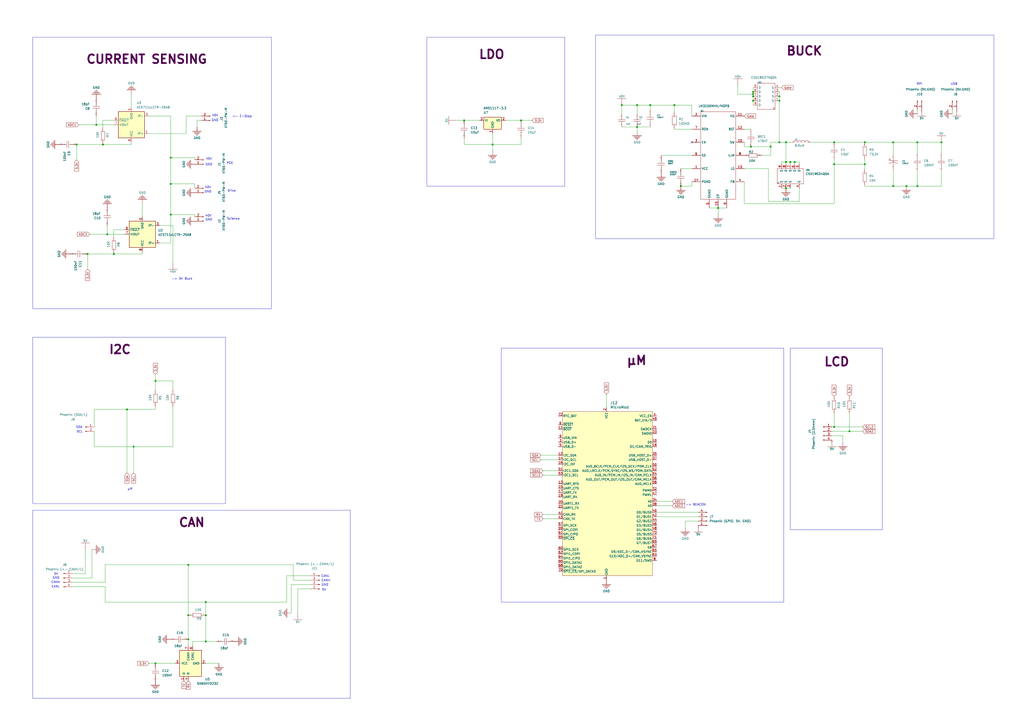
<source format=kicad_sch>
(kicad_sch (version 20231120) (generator "eeschema") (generator_version "8.0")
  (paper "A2")
  (junction (at 501.65 82.55))
  (junction (at 391.16 60.96))
  (junction (at 452.12 55.88))
  (junction (at 109.22 370.84))
  (junction (at 452.12 82.55))
  (junction (at 416.56 120.65))
  (junction (at 285.75 83.82))
  (junction (at 501.65 95.25))
  (junction (at 99.06 91.44))
  (junction (at 436.88 53.34))
  (junction (at 369.57 73.66))
  (junction (at 436.88 58.42))
  (junction (at 483.87 82.55))
  (junction (at 90.17 384.81))
  (junction (at 455.93 82.55))
  (junction (at 461.01 93.98))
  (junction (at 518.16 107.95))
  (junction (at 518.16 82.55))
  (junction (at 59.69 83.82))
  (junction (at 109.22 356.87))
  (junction (at 360.68 60.96))
  (junction (at 90.17 220.98))
  (junction (at 452.12 58.42))
  (junction (at 458.47 93.98))
  (junction (at 436.88 54.61))
  (junction (at 302.26 69.85))
  (junction (at 377.19 60.96))
  (junction (at 44.45 83.82))
  (junction (at 269.24 69.85))
  (junction (at 447.04 85.09))
  (junction (at 492.76 250.19))
  (junction (at 99.06 124.46))
  (junction (at 483.87 247.65))
  (junction (at 119.38 356.87))
  (junction (at 66.04 147.32))
  (junction (at 455.93 93.98))
  (junction (at 394.97 107.95))
  (junction (at 73.66 237.49))
  (junction (at 109.22 327.66))
  (junction (at 99.06 106.68))
  (junction (at 532.13 82.55))
  (junction (at 483.87 95.25))
  (junction (at 62.23 135.89))
  (junction (at 532.13 107.95))
  (junction (at 50.8 147.32))
  (junction (at 369.57 60.96))
  (junction (at 436.88 55.88))
  (junction (at 546.1 82.55))
  (junction (at 455.93 109.22))
  (junction (at 525.78 107.95))
  (junction (at 77.47 259.08))
  (junction (at 119.38 372.11))
  (junction (at 55.88 72.39))
  (junction (at 119.38 349.25))
  (junction (at 435.61 85.09))
  (no_connect (at 401.32 82.55))
  (wire (pts (xy 55.88 67.31) (xy 55.88 72.39)))
  (wire (pts (xy 113.03 91.44) (xy 99.06 91.44)))
  (wire (pts (xy 111.76 372.11) (xy 111.76 374.65)))
  (wire (pts (xy 60.96 349.25) (xy 60.96 340.36)))
  (wire (pts (xy 532.13 82.55) (xy 532.13 88.9)))
  (wire (pts (xy 518.16 99.06) (xy 518.16 107.95)))
  (wire (pts (xy 427.99 49.53) (xy 427.99 54.61)))
  (wire (pts (xy 54.61 250.19) (xy 54.61 259.08)))
  (wire (pts (xy 436.88 54.61) (xy 427.99 54.61)))
  (wire (pts (xy 492.76 250.19) (xy 500.38 250.19)))
  (wire (pts (xy 92.71 130.81) (xy 100.33 130.81)))
  (wire (pts (xy 99.06 67.31) (xy 99.06 91.44)))
  (wire (pts (xy 455.93 82.55) (xy 455.93 93.98)))
  (wire (pts (xy 76.2 83.82) (xy 76.2 82.55)))
  (wire (pts (xy 285.75 83.82) (xy 302.26 83.82)))
  (wire (pts (xy 113.03 125.73) (xy 113.03 124.46)))
  (wire (pts (xy 90.17 217.17) (xy 90.17 220.98)))
  (wire (pts (xy 518.16 82.55) (xy 532.13 82.55)))
  (wire (pts (xy 436.88 55.88) (xy 436.88 58.42)))
  (wire (pts (xy 99.06 140.97) (xy 92.71 140.97)))
  (wire (pts (xy 82.55 125.73) (xy 82.55 118.11)))
  (wire (pts (xy 66.04 133.35) (xy 72.39 133.35)))
  (wire (pts (xy 532.13 63.5) (xy 532.13 66.04)))
  (wire (pts (xy 483.87 247.65) (xy 482.6 247.65)))
  (wire (pts (xy 313.69 264.16) (xy 323.85 264.16)))
  (wire (pts (xy 483.87 118.11) (xy 431.8 118.11)))
  (wire (pts (xy 86.36 77.47) (xy 107.95 77.47)))
  (wire (pts (xy 452.12 53.34) (xy 452.12 55.88)))
  (wire (pts (xy 119.38 356.87) (xy 119.38 372.11)))
  (wire (pts (xy 41.91 335.28) (xy 53.34 335.28)))
  (wire (pts (xy 109.22 370.84) (xy 109.22 374.65)))
  (wire (pts (xy 285.75 83.82) (xy 285.75 77.47)))
  (wire (pts (xy 113.03 91.44) (xy 113.03 92.71)))
  (wire (pts (xy 369.57 60.96) (xy 377.19 60.96)))
  (wire (pts (xy 391.16 60.96) (xy 391.16 64.77)))
  (wire (pts (xy 488.95 252.73) (xy 488.95 256.54)))
  (wire (pts (xy 113.03 109.22) (xy 113.03 106.68)))
  (wire (pts (xy 518.16 82.55) (xy 518.16 88.9)))
  (wire (pts (xy 82.55 147.32) (xy 82.55 146.05)))
  (wire (pts (xy 518.16 107.95) (xy 501.65 107.95)))
  (wire (pts (xy 41.91 332.74) (xy 49.53 332.74)))
  (wire (pts (xy 532.13 107.95) (xy 546.1 107.95)))
  (wire (pts (xy 119.38 372.11) (xy 111.76 372.11)))
  (wire (pts (xy 463.55 93.98) (xy 461.01 93.98)))
  (wire (pts (xy 452.12 55.88) (xy 452.12 58.42)))
  (wire (pts (xy 455.93 109.22) (xy 458.47 109.22)))
  (wire (pts (xy 483.87 82.55) (xy 469.9 82.55)))
  (wire (pts (xy 180.34 341.63) (xy 172.72 341.63)))
  (wire (pts (xy 168.91 355.6) (xy 168.91 339.09)))
  (wire (pts (xy 50.8 156.21) (xy 50.8 147.32)))
  (wire (pts (xy 53.34 318.77) (xy 53.34 335.28)))
  (wire (pts (xy 60.96 340.36) (xy 41.91 340.36)))
  (wire (pts (xy 483.87 240.03) (xy 483.87 247.65)))
  (wire (pts (xy 389.89 293.37) (xy 381 293.37)))
  (wire (pts (xy 302.26 69.85) (xy 308.61 69.85)))
  (wire (pts (xy 482.6 252.73) (xy 488.95 252.73)))
  (wire (pts (xy 518.16 82.55) (xy 501.65 82.55)))
  (wire (pts (xy 54.61 237.49) (xy 73.66 237.49)))
  (wire (pts (xy 394.97 97.8154) (xy 401.32 97.79)))
  (wire (pts (xy 125.73 372.11) (xy 119.38 372.11)))
  (wire (pts (xy 109.22 327.66) (xy 109.22 356.87)))
  (wire (pts (xy 436.88 53.34) (xy 436.88 54.61)))
  (wire (pts (xy 60.96 327.66) (xy 60.96 337.82)))
  (wire (pts (xy 166.37 334.01) (xy 166.37 349.25)))
  (wire (pts (xy 109.22 327.66) (xy 170.18 327.66)))
  (wire (pts (xy 501.65 92.71) (xy 501.65 95.25)))
  (wire (pts (xy 170.18 336.55) (xy 180.34 336.55)))
  (wire (pts (xy 431.8 85.09) (xy 435.61 85.09)))
  (wire (pts (xy 381 297.18) (xy 405.13 297.18)))
  (wire (pts (xy 99.06 106.68) (xy 99.06 91.44)))
  (wire (pts (xy 314.96 275.59) (xy 323.85 275.59)))
  (wire (pts (xy 99.06 124.46) (xy 99.06 140.97)))
  (wire (pts (xy 416.56 120.65) (xy 411.48 120.65)))
  (wire (pts (xy 435.61 85.09) (xy 447.04 85.09)))
  (wire (pts (xy 455.93 82.55) (xy 452.12 82.55)))
  (wire (pts (xy 458.47 93.98) (xy 455.93 93.98)))
  (wire (pts (xy 377.19 63.5) (xy 377.19 60.96)))
  (wire (pts (xy 436.88 58.42) (xy 436.88 60.96)))
  (wire (pts (xy 483.87 95.25) (xy 483.87 118.11)))
  (wire (pts (xy 431.8 105.41) (xy 431.8 118.11)))
  (wire (pts (xy 269.24 69.85) (xy 278.13 69.85)))
  (wire (pts (xy 463.55 116.84) (xy 445.77 116.84)))
  (wire (pts (xy 113.03 124.46) (xy 99.06 124.46)))
  (wire (pts (xy 44.45 83.82) (xy 59.69 83.82)))
  (wire (pts (xy 381 299.72) (xy 405.13 299.72)))
  (wire (pts (xy 483.87 95.25) (xy 501.65 95.25)))
  (wire (pts (xy 369.57 73.66) (xy 369.57 76.2)))
  (wire (pts (xy 62.23 135.89) (xy 52.07 135.89)))
  (wire (pts (xy 401.32 60.96) (xy 401.32 67.31)))
  (wire (pts (xy 302.26 83.82) (xy 302.26 80.01)))
  (wire (pts (xy 459.74 82.55) (xy 455.93 82.55)))
  (wire (pts (xy 113.03 106.68) (xy 99.06 106.68)))
  (wire (pts (xy 389.89 290.83) (xy 381 290.83)))
  (wire (pts (xy 54.61 259.08) (xy 77.47 259.08)))
  (wire (pts (xy 100.33 220.98) (xy 100.33 226.06)))
  (wire (pts (xy 463.55 93.98) (xy 463.55 95.25)))
  (wire (pts (xy 525.78 107.95) (xy 532.13 107.95)))
  (wire (pts (xy 60.96 349.25) (xy 119.38 349.25)))
  (wire (pts (xy 90.17 237.49) (xy 73.66 237.49)))
  (wire (pts (xy 100.33 236.22) (xy 100.33 259.08)))
  (wire (pts (xy 447.04 85.09) (xy 447.04 82.55)))
  (wire (pts (xy 482.6 250.19) (xy 492.76 250.19)))
  (wire (pts (xy 436.88 50.8) (xy 436.88 53.34)))
  (wire (pts (xy 546.1 107.95) (xy 546.1 99.06)))
  (wire (pts (xy 86.36 384.81) (xy 90.17 384.81)))
  (wire (pts (xy 453.39 93.98) (xy 453.39 95.25)))
  (wire (pts (xy 314.96 300.99) (xy 323.85 300.99)))
  (wire (pts (xy 394.97 107.95) (xy 401.32 107.95)))
  (wire (pts (xy 269.24 83.82) (xy 285.75 83.82)))
  (wire (pts (xy 62.23 130.81) (xy 62.23 135.89)))
  (wire (pts (xy 447.04 90.17) (xy 447.04 85.09)))
  (wire (pts (xy 532.13 107.95) (xy 532.13 99.06)))
  (wire (pts (xy 360.68 60.96) (xy 369.57 60.96)))
  (wire (pts (xy 314.96 298.45) (xy 323.85 298.45)))
  (wire (pts (xy 59.69 69.85) (xy 66.04 69.85)))
  (wire (pts (xy 76.2 62.23) (xy 76.2 54.61)))
  (wire (pts (xy 445.77 97.79) (xy 445.77 116.84)))
  (wire (pts (xy 60.96 327.66) (xy 109.22 327.66)))
  (wire (pts (xy 383.5146 90.17) (xy 401.32 90.17)))
  (wire (pts (xy 377.19 60.96) (xy 391.16 60.96)))
  (wire (pts (xy 66.04 72.39) (xy 55.88 72.39)))
  (wire (pts (xy 66.04 147.32) (xy 82.55 147.32)))
  (wire (pts (xy 59.69 83.82) (xy 76.2 83.82)))
  (wire (pts (xy 546.1 82.55) (xy 532.13 82.55)))
  (wire (pts (xy 501.65 95.25) (xy 501.65 97.79)))
  (wire (pts (xy 360.68 60.96) (xy 360.68 66.04)))
  (wire (pts (xy 119.38 349.25) (xy 119.38 356.87)))
  (wire (pts (xy 461.01 93.98) (xy 458.47 93.98)))
  (wire (pts (xy 452.12 58.42) (xy 452.12 82.55)))
  (wire (pts (xy 377.19 73.66) (xy 369.57 73.66)))
  (wire (pts (xy 99.06 124.46) (xy 99.06 106.68)))
  (wire (pts (xy 49.53 318.77) (xy 49.53 332.74)))
  (wire (pts (xy 90.17 220.98) (xy 100.33 220.98)))
  (wire (pts (xy 50.8 147.32) (xy 66.04 147.32)))
  (wire (pts (xy 109.22 356.87) (xy 109.22 370.84)))
  (wire (pts (xy 73.66 237.49) (xy 73.66 274.32)))
  (wire (pts (xy 552.45 63.5) (xy 552.45 66.04)))
  (wire (pts (xy 72.39 135.89) (xy 62.23 135.89)))
  (wire (pts (xy 100.33 259.08) (xy 77.47 259.08)))
  (wire (pts (xy 492.76 240.03) (xy 492.76 250.19)))
  (wire (pts (xy 455.93 93.98) (xy 455.93 95.25)))
  (wire (pts (xy 293.37 69.85) (xy 302.26 69.85)))
  (wire (pts (xy 447.04 82.55) (xy 452.12 82.55)))
  (wire (pts (xy 77.47 259.08) (xy 77.47 274.32)))
  (wire (pts (xy 405.13 302.26) (xy 397.51 302.26)))
  (wire (pts (xy 264.16 69.85) (xy 269.24 69.85)))
  (wire (pts (xy 501.65 82.55) (xy 483.87 82.55)))
  (wire (pts (xy 431.8 85.09) (xy 431.8 82.55)))
  (wire (pts (xy 107.95 67.31) (xy 116.84 67.31)))
  (wire (pts (xy 369.57 66.04) (xy 369.57 60.96)))
  (wire (pts (xy 166.37 334.01) (xy 180.34 334.01)))
  (wire (pts (xy 452.12 50.8) (xy 453.39 50.8)))
  (wire (pts (xy 369.57 73.66) (xy 360.68 73.66)))
  (wire (pts (xy 447.04 90.17) (xy 441.96 90.17)))
  (wire (pts (xy 66.04 137.16) (xy 66.04 133.35)))
  (wire (pts (xy 436.88 54.61) (xy 436.88 55.88)))
  (wire (pts (xy 416.56 120.65) (xy 416.56 124.46)))
  (wire (pts (xy 90.17 220.98) (xy 90.17 226.06)))
  (wire (pts (xy 500.38 247.65) (xy 483.87 247.65)))
  (wire (pts (xy 453.39 109.22) (xy 455.93 109.22)))
  (wire (pts (xy 483.87 92.71) (xy 483.87 95.25)))
  (wire (pts (xy 546.1 82.55) (xy 546.1 88.9)))
  (wire (pts (xy 314.96 273.05) (xy 323.85 273.05)))
  (wire (pts (xy 116.84 69.85) (xy 114.3 69.85)))
  (wire (pts (xy 170.18 327.66) (xy 170.18 336.55)))
  (wire (pts (xy 313.69 266.7) (xy 323.85 266.7)))
  (wire (pts (xy 100.33 130.81) (xy 100.33 152.4)))
  (wire (pts (xy 401.32 74.93) (xy 391.16 74.93)))
  (wire (pts (xy 518.16 107.95) (xy 525.78 107.95)))
  (wire (pts (xy 401.32 60.96) (xy 391.16 60.96)))
  (wire (pts (xy 119.38 349.25) (xy 166.37 349.25)))
  (wire (pts (xy 431.8 74.93) (xy 435.61 74.93)))
  (wire (pts (xy 90.17 384.81) (xy 101.6 384.81)))
  (wire (pts (xy 269.24 80.01) (xy 269.24 83.82)))
  (wire (pts (xy 59.69 73.66) (xy 59.69 69.85)))
  (wire (pts (xy 107.95 77.47) (xy 107.95 67.31)))
  (wire (pts (xy 55.88 72.39) (xy 45.72 72.39)))
  (wire (pts (xy 455.93 93.98) (xy 453.39 93.98)))
  (wire (pts (xy 60.96 337.82) (xy 41.91 337.82)))
  (wire (pts (xy 119.38 384.81) (xy 127 384.81)))
  (wire (pts (xy 397.51 302.26) (xy 397.51 306.07)))
  (wire (pts (xy 416.56 120.65) (xy 421.64 120.65)))
  (wire (pts (xy 458.47 93.98) (xy 458.47 95.25)))
  (wire (pts (xy 445.77 97.79) (xy 431.8 97.79)))
  (wire (pts (xy 351.79 228.6) (xy 351.79 236.22)))
  (wire (pts (xy 401.32 107.95) (xy 401.32 105.41)))
  (wire (pts (xy 463.55 116.84) (xy 463.55 109.22)))
  (wire (pts (xy 461.01 93.98) (xy 461.01 95.25)))
  (wire (pts (xy 285.75 83.82) (xy 285.75 87.63)))
  (wire (pts (xy 54.61 237.49) (xy 54.61 247.65)))
  (wire (pts (xy 99.06 67.31) (xy 86.36 67.31)))
  (wire (pts (xy 44.45 92.71) (xy 44.45 83.82)))
  (wire (pts (xy 180.34 339.09) (xy 168.91 339.09)))
  (wire (pts (xy 114.3 73.66) (xy 114.3 69.85)))
  (wire (pts (xy 172.72 355.6) (xy 172.72 341.63)))
  (wire (pts (xy 90.17 236.22) (xy 90.17 237.49)))
  (rectangle (start 19.05 195.58) (end 130.81 292.1))
  (rectangle (start 345.44 20.32) (end 576.58 138.43))
  (rectangle (start 19.05 295.91) (end 203.2 405.13))
  (rectangle (start 458.47 201.93) (end 511.81 307.34))
  (rectangle (start 19.05 21.59) (end 157.48 179.07))
  (rectangle (start 247.65 21.59) (end 327.66 107.95))
  (rectangle (start 290.83 201.93) (end 454.66 349.25))
  (text "GND" (at 120.65 111.252 0) (effects (font (size 1.27 1.27))))
  (text "GND" (at 32.512 335.28 0) (effects (font (size 1.27 1.27))))
  (text "40V" (at 121.158 92.202 0) (effects (font (size 1.27 1.27))))
  (text "I2C" (at 69.596 202.946 0) (effects (font (size 5 5) (bold yes))))
  (text "CANH" (at 188.976 336.804 0) (effects (font (size 1.27 1.27))))
  (text "CURRENT SENSING" (at 85.09 34.544 0) (effects (font (size 5 5) (bold yes))))
  (text "CAN" (at 111.252 303.276 0) (effects (font (size 5 5) (bold yes))))
  (text "5V" (at 187.96 342.138 0) (effects (font (size 1.27 1.27))))
  (text "SCL" (at 46.228 250.444 0) (effects (font (size 1.27 1.27))))
  (text "POE" (at 133.35 94.742 0) (effects (font (size 1.27 1.27))))
  (text "CANL" (at 188.722 334.264 0) (effects (font (size 1.27 1.27))))
  (text "Drive" (at 134.366 110.744 0) (effects (font (size 1.27 1.27))))
  (text "Science" (at 135.382 127 0) (effects (font (size 1.27 1.27))))
  (text "<- E-Stop" (at 140.462 67.564 0) (effects (font (size 1.27 1.27))))
  (text "BUCK" (at 466.598 29.718 0) (effects (font (size 5 5) (bold yes))))
  (text "40V" (at 120.904 125.222 0) (effects (font (size 1.27 1.27))))
  (text " -> 5V Buck" (at 105.156 161.798 0) (effects (font (size 1.27 1.27))))
  (text "SDA" (at 45.974 247.904 0) (effects (font (size 1.27 1.27))))
  (text "GND" (at 121.158 95.504 0) (effects (font (size 1.27 1.27))))
  (text "LDO" (at 285.242 31.75 0) (effects (font (size 5 5) (bold yes))))
  (text "40V" (at 120.65 108.712 0) (effects (font (size 1.27 1.27))))
  (text "-> BEACON" (at 403.606 292.862 0) (effects (font (size 1.27 1.27))))
  (text "GND" (at 188.468 339.344 0) (effects (font (size 1.27 1.27))))
  (text "GND" (at 124.714 69.85 0) (effects (font (size 1.27 1.27))))
  (text "CANL" (at 32.258 340.36 0) (effects (font (size 1.27 1.27))))
  (text "40V" (at 124.714 67.056 0) (effects (font (size 1.27 1.27))))
  (text "LCD" (at 485.394 210.058 0) (effects (font (size 5 5) (bold yes))))
  (text "5V" (at 32.512 332.994 0) (effects (font (size 1.27 1.27))))
  (text "CANH" (at 32.258 337.82 0) (effects (font (size 1.27 1.27))))
  (text "µM" (at 75.438 283.718 0) (effects (font (size 1.27 1.27))))
  (text "USB" (at 553.466 48.768 0) (effects (font (size 1.27 1.27))))
  (text "GND" (at 121.158 127.508 0) (effects (font (size 1.27 1.27))))
  (text "µM" (at 369.316 209.296 0) (effects (font (size 5 5) (bold yes))))
  (text "RPI" (at 533.4 48.768 0) (effects (font (size 1.27 1.27))))
  (global_label "RX" (shape input) (at 314.96 298.45 180) (property "Intersheetrefs" "${INTERSHEET_REFS}" (effects (hide yes))))
  (global_label "3.3V" (shape input) (at 50.8 156.21 270) (property "Intersheetrefs" "${INTERSHEET_REFS}" (effects (hide yes))))
  (global_label "3.3V" (shape input) (at 483.87 229.87 90) (property "Intersheetrefs" "${INTERSHEET_REFS}" (effects (hide yes))))
  (global_label "SDA2" (shape input) (at 314.96 273.05 180) (property "Intersheetrefs" "${INTERSHEET_REFS}" (effects (hide yes))))
  (global_label "ADC2" (shape input) (at 52.07 135.89 180) (property "Intersheetrefs" "${INTERSHEET_REFS}" (effects (hide yes))))
  (global_label "SCL2" (shape input) (at 500.38 247.65 0) (property "Intersheetrefs" "${INTERSHEET_REFS}" (effects (hide yes))))
  (global_label "3.3V" (shape input) (at 86.36 384.81 180) (property "Intersheetrefs" "${INTERSHEET_REFS}" (effects (hide yes))))
  (global_label "SCL" (shape input) (at 77.47 274.32 270) (property "Intersheetrefs" "${INTERSHEET_REFS}" (effects (hide yes))))
  (global_label "Gate" (shape input) (at 431.8 67.31 0) (property "Intersheetrefs" "${INTERSHEET_REFS}" (effects (hide yes))))
  (global_label "3.3V" (shape input) (at 44.45 92.71 270) (property "Intersheetrefs" "${INTERSHEET_REFS}" (effects (hide yes))))
  (global_label "SCL" (shape input) (at 313.69 266.7 180) (property "Intersheetrefs" "${INTERSHEET_REFS}" (effects (hide yes))))
  (global_label "3.3V" (shape input) (at 308.61 69.85 0) (property "Intersheetrefs" "${INTERSHEET_REFS}" (effects (hide yes))))
  (global_label "ADC2" (shape input) (at 389.89 293.37 0) (property "Intersheetrefs" "${INTERSHEET_REFS}" (effects (hide yes))))
  (global_label "ADC1" (shape input) (at 389.89 290.83 0) (property "Intersheetrefs" "${INTERSHEET_REFS}" (effects (hide yes))))
  (global_label "RX" (shape input) (at 109.22 394.97 270) (property "Intersheetrefs" "${INTERSHEET_REFS}" (effects (hide yes))))
  (global_label "SDA2" (shape input) (at 500.38 250.19 0) (property "Intersheetrefs" "${INTERSHEET_REFS}" (effects (hide yes))))
  (global_label "TX" (shape input) (at 314.96 300.99 180) (property "Intersheetrefs" "${INTERSHEET_REFS}" (effects (hide yes))))
  (global_label "ADC1" (shape input) (at 45.72 72.39 180) (property "Intersheetrefs" "${INTERSHEET_REFS}" (effects (hide yes))))
  (global_label "3.3V" (shape input) (at 492.76 229.87 90) (property "Intersheetrefs" "${INTERSHEET_REFS}" (effects (hide yes))))
  (global_label "3.3V" (shape input) (at 351.79 228.6 90) (property "Intersheetrefs" "${INTERSHEET_REFS}" (effects (hide yes))))
  (global_label "TX" (shape input) (at 106.68 394.97 270) (property "Intersheetrefs" "${INTERSHEET_REFS}" (effects (hide yes))))
  (global_label "SCL2" (shape input) (at 314.96 275.59 180) (property "Intersheetrefs" "${INTERSHEET_REFS}" (effects (hide yes))))
  (global_label "SDA" (shape input) (at 73.66 274.32 270) (property "Intersheetrefs" "${INTERSHEET_REFS}" (effects (hide yes))))
  (global_label "Gate" (shape input) (at 453.39 50.8 0) (property "Intersheetrefs" "${INTERSHEET_REFS}" (effects (hide yes))))
  (global_label "3.3V" (shape input) (at 90.17 217.17 90) (property "Intersheetrefs" "${INTERSHEET_REFS}" (effects (hide yes))))
  (global_label "SDA" (shape input) (at 313.69 264.16 180) (property "Intersheetrefs" "${INTERSHEET_REFS}" (effects (hide yes))))
  (symbol (lib_id "finalhand-easyedapro:SRR1208-6R5ML") (at 464.82 82.55 0) (unit 1) (on_board no)
    (property "Reference" "L1" (at 461.01 81.28 0) (effects (font (size 0.8382 0.8382)) (justify left bottom)))
    (property "Value" "6.5uH" (at 461.01 85.09 0) (effects (justify left bottom)))
    (property "Footprint" "finalhand-easyedapro:IND-SMD_L12.7-W12.7" (effects (hide yes)))
  )
  (symbol (lib_id "finalhand-easyedapro:CSD19534Q5A") (at 455.93 102.87 90) (unit 1) (on_board no)
    (property "Reference" "LS1" (at 467.36 99.06 90) (effects (font (size 0.8382 0.8382)) (justify right top)))
    (property "Value" "CSD19534Q5A" (at 467.36 101.6 90) (effects (justify right top)))
    (property "Footprint" "finalhand-easyedapro:POWERVDFN-8_L6.0-W5.0-P1.27-BL" (effects (hide yes)))
  )
  (symbol (lib_id "finalhand-easyedapro:Res") (at 59.69 78.74 270) (unit 1)
    (property "Reference" "R7" (at 61.722 76.962 0) (effects (justify left bottom)))
    (property "Value" "10K" (at 55.88 76.2 0) (effects (justify left bottom)))
    (property "Footprint" "Resistor_SMD:R_0603_1608Metric" (effects (hide yes)))
  )
  (symbol (lib_id "finalhand-easyedapro:CAP") (at 435.61 80.01 90) (unit 1) (on_board no)
    (property "Reference" "BST1" (at 439.42 80.01 90) (effects (justify right top)))
    (property "Value" "470nF" (at 439.42 82.55 90) (effects (justify right top)))
    (property "Footprint" "finalhand-easyedapro:C0402" (effects (hide yes)))
  )
  (symbol (lib_id "Sensor_Current:ACS711xLCTR-25AB") (at 76.2 72.39 180) (unit 1)
    (property "Reference" "U3" (at 79.2165 59.69 0) (effects (justify right)))
    (property "Value" "ACS711xLCTR-25AB" (at 79.2165 62.23 0) (effects (justify right)))
    (property "Footprint" "Package_SO:SOIC-8_3.9x4.9mm_P1.27mm" (effects (hide yes)))
    (property "Datasheet" "http://www.allegromicro.com/~/Media/Files/Datasheets/ACS711-Datasheet.ashx" (effects (hide yes)))
    (property "Description" "±25A, Bidirectional, Hall-Effect Current Sensor, +3.3V supply, 55mV/A, SOIC-8" (effects (hide yes)))
  )
  (symbol (lib_id "finalhand-easyedapro:GRM21BR71A225KA01L") (at 394.97 102.87 90) (unit 1) (on_board no)
    (property "Reference" "CVCC1" (at 388.62 100.33 90) (effects (font (size 0.8382 0.8382)) (justify right top)))
    (property "Value" "2.2uF" (at 388.62 101.6 90) (effects (font (size 0.8382 0.8382)) (justify right top)))
    (property "Footprint" "finalhand-easyedapro:C0805" (effects (hide yes)))
  )
  (symbol (lib_id "finalhand-easyedapro:Res") (at 483.87 234.95 270) (unit 1)
    (property "Reference" "R10" (at 485.902 233.172 0) (effects (justify left bottom)))
    (property "Value" "10K" (at 480.06 232.41 0) (effects (justify left bottom)))
    (property "Footprint" "Resistor_SMD:R_0603_1608Metric" (effects (hide yes)))
  )
  (symbol (lib_id "finalhand-easyedapro:CAP") (at 104.14 370.84 180) (unit 1)
    (property "Reference" "C16" (at 102.362 367.792 0) (effects (justify right top)))
    (property "Value" "18pf" (at 101.092 375.412 0) (effects (justify right top)))
    (property "Footprint" "Capacitor_SMD:C_0603_1608Metric" (effects (hide yes)))
  )
  (symbol (lib_id "finalhand-easyedapro:Ground-GND") (at 397.51 306.07 0) (unit 1)
    (property "Reference" "#PWR020" (effects (hide yes)))
    (property "Value" "GND" (at 397.51 312.42 0))
    (property "Footprint" "finalhand-easyedapro:" (effects (hide yes)))
    (property "Description" "Power symbol creates a global label with name 'GND'" (effects (hide yes)))
  )
  (symbol (lib_id "finalhand-easyedapro:Ground-GND") (at 90.17 394.97 0) (unit 1)
    (property "Reference" "#PWR013" (effects (hide yes)))
    (property "Value" "GND" (at 90.17 401.32 0))
    (property "Footprint" "finalhand-easyedapro:" (effects (hide yes)))
    (property "Description" "Power symbol creates a global label with name 'GND'" (effects (hide yes)))
  )
  (symbol (lib_id "finalhand-easyedapro:CAP") (at 45.72 147.32 0) (unit 1)
    (property "Reference" "C11" (at 45.72 151.13 90) (effects (justify right top)))
    (property "Value" "100nF" (at 43.18 151.13 90) (effects (justify right top)))
    (property "Footprint" "finalhand-easyedapro:C0402" (effects (hide yes)))
  )
  (symbol (lib_id "finalhand-easyedapro:Ground-GND") (at 53.34 318.77 90) (unit 1)
    (property "Reference" "#PWR032" (effects (hide yes)))
    (property "Value" "GND" (at 59.69 318.77 0))
    (property "Footprint" "finalhand-easyedapro:" (effects (hide yes)))
    (property "Description" "Power symbol creates a global label with name 'GND'" (effects (hide yes)))
  )
  (symbol (lib_id "finalhand-easyedapro:Res") (at 90.17 231.14 270) (unit 1)
    (property "Reference" "R5" (at 92.202 229.362 0) (effects (justify left bottom)))
    (property "Value" "10K" (at 86.36 228.6 0) (effects (justify left bottom)))
    (property "Footprint" "Resistor_SMD:R_0603_1608Metric" (effects (hide yes)))
  )
  (symbol (lib_id "finalhand-easyedapro:Ground-GND") (at 34.29 83.82 270) (unit 1)
    (property "Reference" "#PWR014" (effects (hide yes)))
    (property "Value" "GND" (at 27.94 83.82 0))
    (property "Footprint" "finalhand-easyedapro:" (effects (hide yes)))
    (property "Description" "Power symbol creates a global label with name 'GND'" (effects (hide yes)))
  )
  (symbol (lib_name "Power-VCC_1") (lib_id "finalhand-easyedapro:Power-VCC") (at 49.53 318.77 0) (unit 1)
    (property "Reference" "#PWR033" (effects (hide yes)))
    (property "Value" "5V" (at 49.53 313.69 0))
    (property "Footprint" "finalhand-easyedapro:" (effects (hide yes)))
    (property "Description" "Power symbol creates a global label with name 'VCC'" (effects (hide yes)))
  )
  (symbol (lib_id "finalhand-easyedapro:Ground-GND") (at 532.13 66.04 270) (unit 1)
    (property "Reference" "#PWR042" (effects (hide yes)))
    (property "Value" "GND" (at 525.78 66.04 0))
    (property "Footprint" "finalhand-easyedapro:" (effects (hide yes)))
    (property "Description" "Power symbol creates a global label with name 'GND'" (effects (hide yes)))
  )
  (symbol (lib_id "finalhand-easyedapro:Ground-GND") (at 113.03 128.27 270) (unit 1)
    (property "Reference" "#PWR038" (effects (hide yes)))
    (property "Value" "GND" (at 106.68 128.27 0))
    (property "Footprint" "finalhand-easyedapro:" (effects (hide yes)))
    (property "Description" "Power symbol creates a global label with name 'GND'" (effects (hide yes)))
  )
  (symbol (lib_id "Regulator_Linear:AMS1117-3.3") (at 285.75 69.85 0) (unit 1)
    (property "Reference" "U7" (at 280.416 65.278 0) (effects (justify left)))
    (property "Value" "AMS1117-3.3" (at 280.416 62.738 0) (effects (justify left)))
    (property "Footprint" "Package_TO_SOT_SMD:SOT-223-3_TabPin2" (effects (hide yes)))
    (property "Datasheet" "http://www.advanced-monolithic.com/pdf/ds1117.pdf" (effects (hide yes)))
    (property "Description" "1A Low Dropout regulator, positive, 3.3V fixed output, SOT-223" (effects (hide yes)))
  )
  (symbol (lib_id "finalhand-easyedapro:Res") (at 501.65 87.63 90) (unit 1) (on_board no)
    (property "Reference" "R3" (at 504.19 87.63 90) (effects (justify right top)))
    (property "Value" "73.2k" (at 504.19 90.17 90) (effects (justify right top)))
    (property "Footprint" "finalhand-easyedapro:R0402" (effects (hide yes)))
  )
  (symbol (lib_id "finalhand-easyedapro:Res") (at 100.33 231.14 270) (unit 1)
    (property "Reference" "R6" (at 102.362 229.362 0) (effects (justify left bottom)))
    (property "Value" "10K" (at 96.52 228.6 0) (effects (justify left bottom)))
    (property "Footprint" "Resistor_SMD:R_0603_1608Metric" (effects (hide yes)))
  )
  (symbol (lib_id "finalhand-easyedapro:GRM188R72A104KA35D") (at 377.19 68.58 90) (unit 1) (on_board no)
    (property "Reference" "C3" (at 381 67.31 90) (effects (font (size 0.8382 0.8382)) (justify right top)))
    (property "Value" "100nF" (at 381 68.58 90) (effects (font (size 0.8382 0.8382)) (justify right top)))
    (property "Footprint" "finalhand-easyedapro:C0603" (effects (hide yes)))
  )
  (symbol (lib_id "finalhand-easyedapro:CAP") (at 302.26 74.93 90) (unit 1)
    (property "Reference" "C14" (at 306.07 74.93 90) (effects (justify right top)))
    (property "Value" "10µF" (at 306.07 77.47 90) (effects (justify right top)))
    (property "Footprint" "Capacitor_SMD:C_0603_1608Metric" (effects (hide yes)))
  )
  (symbol (lib_id "Sensor_Current:ACS711xLCTR-25AB") (at 82.55 135.89 180) (unit 1)
    (property "Reference" "U2" (at 91.694 133.604 0) (effects (justify right)))
    (property "Value" "ACS711xLCTR-25AB" (at 91.694 136.144 0) (effects (justify right)))
    (property "Footprint" "Package_SO:SOIC-8_3.9x4.9mm_P1.27mm" (effects (hide yes)))
    (property "Datasheet" "http://www.allegromicro.com/~/Media/Files/Datasheets/ACS711-Datasheet.ashx" (effects (hide yes)))
    (property "Description" "±25A, Bidirectional, Hall-Effect Current Sensor, +3.3V supply, 55mV/A, SOIC-8" (effects (hide yes)))
  )
  (symbol (lib_id "Connector:Conn_01x02_Pin") (at 121.92 69.85 180) (unit 1)
    (property "Reference" "J3" (at 128.524 70.104 90) (effects (justify right)))
    (property "Value" "XT60-PW-M" (at 131.064 74.422 90) (effects (justify right)))
    (property "Footprint" "Connector_AMASS:AMASS_XT60PW-M_1x02_P7.20mm_Horizontal" (effects (hide yes)))
    (property "Description" "Generic connector, single row, 01x02, script generated" (effects (hide yes)))
  )
  (symbol (lib_id "finalhand-easyedapro:Res") (at 114.3 356.87 180) (unit 1)
    (property "Reference" "R9" (at 116.84 358.14 0) (effects (justify left bottom)))
    (property "Value" "120" (at 116.84 353.06 0) (effects (justify left bottom)))
    (property "Footprint" "Resistor_SMD:R_0603_1608Metric" (effects (hide yes)))
  )
  (symbol (lib_id "finalhand-easyedapro:Power-VCC") (at 360.68 60.96 0) (unit 1) (on_board no)
    (property "Reference" "#PWR01" (effects (hide yes)))
    (property "Value" "40V" (at 360.68 55.88 0))
    (property "Footprint" "finalhand-easyedapro:" (effects (hide yes)))
    (property "Description" "Power symbol creates a global label with name 'VCC'" (effects (hide yes)))
  )
  (symbol (lib_id "Connector:Conn_01x02_Pin") (at 49.53 247.65 0) (unit 1)
    (property "Reference" "J9" (at 43.434 243.332 0) (effects (justify right)))
    (property "Value" "Phoenix (SDA/L)" (at 50.8 240.538 0) (effects (justify right)))
    (property "Footprint" "Connector_Phoenix_MC:PhoenixContact_MC_1,5_2-G-3.5_1x02_P3.50mm_Horizontal" (effects (hide yes)))
    (property "Description" "Generic connector, single row, 01x02, script generated" (effects (hide yes)))
  )
  (symbol (lib_id "finalhand-easyedapro:Res") (at 492.76 234.95 270) (unit 1)
    (property "Reference" "R11" (at 494.792 233.172 0) (effects (justify left bottom)))
    (property "Value" "10K" (at 488.95 232.41 0) (effects (justify left bottom)))
    (property "Footprint" "Resistor_SMD:R_0603_1608Metric" (effects (hide yes)))
  )
  (symbol (lib_id "Connector:Conn_01x04_Pin") (at 185.42 339.09 180) (unit 1)
    (property "Reference" "J11" (at 182.372 329.692 0))
    (property "Value" "Phoenix (+,-,CANH/L)" (at 182.753 327.152 0))
    (property "Footprint" "Connector_Phoenix_MC:PhoenixContact_MC_1,5_4-G-3.5_1x04_P3.50mm_Horizontal" (effects (hide yes)))
    (property "Description" "Generic connector, single row, 01x04, script generated" (effects (hide yes)))
  )
  (symbol (lib_name "Power-VCC_1") (lib_id "finalhand-easyedapro:Power-VCC") (at 534.67 63.5 180) (unit 1)
    (property "Reference" "#PWR041" (effects (hide yes)))
    (property "Value" "5V" (at 534.67 68.58 0))
    (property "Footprint" "finalhand-easyedapro:" (effects (hide yes)))
    (property "Description" "Power symbol creates a global label with name 'VCC'" (effects (hide yes)))
  )
  (symbol (lib_id "finalhand-easyedapro:CAP") (at 483.87 87.63 90) (unit 1) (on_board no)
    (property "Reference" "C4" (at 487.68 87.63 90) (effects (justify right top)))
    (property "Value" "43pF" (at 487.68 90.17 90) (effects (justify right top)))
    (property "Footprint" "finalhand-easyedapro:C0402" (effects (hide yes)))
  )
  (symbol (lib_name "Power-VCC_1") (lib_id "finalhand-easyedapro:Power-VCC") (at 264.16 69.85 90) (unit 1)
    (property "Reference" "#PWR027" (effects (hide yes)))
    (property "Value" "5V" (at 259.08 69.85 0))
    (property "Footprint" "finalhand-easyedapro:" (effects (hide yes)))
    (property "Description" "Power symbol creates a global label with name 'VCC'" (effects (hide yes)))
  )
  (symbol (lib_id "Interface_CAN_LIN:SN65HVD232") (at 109.22 384.81 90) (unit 1)
    (property "Reference" "U5" (at 120.396 393.954 90))
    (property "Value" "SN65HVD232" (at 120.396 396.494 90))
    (property "Footprint" "Package_SO:SOIC-8_3.9x4.9mm_P1.27mm" (effects (hide yes)))
    (property "Datasheet" "http://www.ti.com/lit/ds/symlink/sn65hvd230.pdf" (effects (hide yes)))
    (property "Description" "CAN Bus Transceivers, 3.3V, 1Mbps, SOIC-8" (effects (hide yes)))
  )
  (symbol (lib_id "finalhand-easyedapro:CSD18537NQ5A") (at 444.5 55.88 180) (unit 1) (on_board no)
    (property "Reference" "HS1" (at 439.42 48.26 0) (effects (font (size 0.8382 0.8382)) (justify right top)))
    (property "Value" "CSD18537NQ5A" (at 435.61 45.72 0) (effects (justify right top)))
    (property "Footprint" "finalhand-easyedapro:DFN-8_L5.9-W5.2-P1.27-LS6.2-BL" (effects (hide yes)))
  )
  (symbol (lib_id "finalhand-easyedapro:Ground-GND") (at 40.64 147.32 270) (unit 1)
    (property "Reference" "#PWR028" (effects (hide yes)))
    (property "Value" "GND" (at 34.29 147.32 0))
    (property "Footprint" "finalhand-easyedapro:" (effects (hide yes)))
    (property "Description" "Power symbol creates a global label with name 'GND'" (effects (hide yes)))
  )
  (symbol (lib_id "finalhand-easyedapro:Ground-GND") (at 113.03 95.25 270) (unit 1)
    (property "Reference" "#PWR029" (effects (hide yes)))
    (property "Value" "GND" (at 106.68 95.25 0))
    (property "Footprint" "finalhand-easyedapro:" (effects (hide yes)))
    (property "Description" "Power symbol creates a global label with name 'GND'" (effects (hide yes)))
  )
  (symbol (lib_id "finalhand-easyedapro:Ground-GND") (at 416.56 124.46 0) (unit 1) (on_board no)
    (property "Reference" "#PWR05" (effects (hide yes)))
    (property "Value" "GND" (at 416.56 130.81 0))
    (property "Footprint" "finalhand-easyedapro:" (effects (hide yes)))
    (property "Description" "Power symbol creates a global label with name 'GND'" (effects (hide yes)))
  )
  (symbol (lib_id "finalhand-easyedapro:GRM31CR72A105KA01L") (at 369.57 69.85 90) (unit 1) (on_board no)
    (property "Reference" "C2" (at 370.84 68.58 90) (effects (font (size 0.8382 0.8382)) (justify right top)))
    (property "Value" "1uF" (at 369.57 72.39 90) (effects (font (size 0.8382 0.8382)) (justify right top)))
    (property "Footprint" "finalhand-easyedapro:C1206" (effects (hide yes)))
  )
  (symbol (lib_id "finalhand-easyedapro:Res") (at 436.88 90.17 0) (unit 1) (on_board no)
    (property "Reference" "R2" (at 434.34 88.9 0) (effects (justify left bottom)))
    (property "Value" "10K" (at 434.34 93.98 0) (effects (justify left bottom)))
    (property "Footprint" "finalhand-easyedapro:R0402" (effects (hide yes)))
  )
  (symbol (lib_id "finalhand-easyedapro:CAP") (at 546.1 93.98 90) (unit 1) (on_board no)
    (property "Reference" "C7" (at 549.91 93.98 90) (effects (justify right top)))
    (property "Value" "100nF" (at 549.91 96.52 90) (effects (justify right top)))
    (property "Footprint" "finalhand-easyedapro:C0402" (effects (hide yes)))
  )
  (symbol (lib_id "finalhand-easyedapro:CAP") (at 130.81 372.11 180) (unit 1)
    (property "Reference" "C15" (at 129.032 369.062 0) (effects (justify right top)))
    (property "Value" "18pf" (at 127.762 376.682 0) (effects (justify right top)))
    (property "Footprint" "Capacitor_SMD:C_0603_1608Metric" (effects (hide yes)))
  )
  (symbol (lib_id "Connector:Conn_01x02_Pin") (at 534.67 58.42 270) (unit 1)
    (property "Reference" "J10" (at 535.178 54.61 90) (effects (justify right)))
    (property "Value" "Phoenix (5V,GND)" (at 542.544 51.816 90) (effects (justify right)))
    (property "Footprint" "Connector_Phoenix_MC:PhoenixContact_MC_1,5_2-G-3.5_1x02_P3.50mm_Horizontal" (effects (hide yes)))
    (property "Description" "Generic connector, single row, 01x02, script generated" (effects (hide yes)))
  )
  (symbol (lib_id "finalhand-easyedapro:LM3150MHX") (at 416.56 82.55 0) (unit 1) (on_board no)
    (property "Reference" "U1" (at 406.4 64.77 0) (effects (font (size 0.8382 0.8382)) (justify left bottom)))
    (property "Value" "LM3150MHX/NOPB" (at 405.13 62.23 0) (effects (justify left bottom)))
    (property "Footprint" "finalhand-easyedapro:HTSSOP-14_L5.0-W4.4-P0.65-LS6.4-BL-EP" (effects (hide yes)))
  )
  (symbol (lib_id "finalhand-easyedapro:Ground-GND") (at 285.75 87.63 0) (unit 1)
    (property "Reference" "#PWR015" (effects (hide yes)))
    (property "Value" "GND" (at 285.75 93.98 0))
    (property "Footprint" "finalhand-easyedapro:" (effects (hide yes)))
    (property "Description" "Power symbol creates a global label with name 'GND'" (effects (hide yes)))
  )
  (symbol (lib_id "finalhand-easyedapro:CAP") (at 269.24 74.93 90) (unit 1)
    (property "Reference" "C13" (at 273.05 74.93 90) (effects (justify right top)))
    (property "Value" "10µF" (at 273.05 77.47 90) (effects (justify right top)))
    (property "Footprint" "Capacitor_SMD:C_0603_1608Metric" (effects (hide yes)))
  )
  (symbol (lib_id "finalhand-easyedapro:Ground-GND") (at 76.2 54.61 180) (unit 1)
    (property "Reference" "#PWR016" (effects (hide yes)))
    (property "Value" "GND" (at 76.2 48.26 0))
    (property "Footprint" "finalhand-easyedapro:" (effects (hide yes)))
    (property "Description" "Power symbol creates a global label with name 'GND'" (effects (hide yes)))
  )
  (symbol (lib_id "Micromod Connector:MicroMod") (at 335.28 241.3 0) (unit 1)
    (property "Reference" "J12" (at 353.9841 233.68 0) (effects (font (size 1.524 1.524)) (justify left)))
    (property "Value" "MicroMod" (at 353.9841 236.22 0) (effects (font (size 1.524 1.524)) (justify left)))
    (property "Footprint" "M2 Connect:micromod" (effects (hide yes)))
    (property "Datasheet" "https://cdn.sparkfun.com/assets/learn_tutorials/1/2/0/6/SparkFun_MicroMod_Interface_v1.0_-_Pin_Descriptions.pdf" (effects (hide yes)))
    (property "Description" "A microprocessor board mount" (effects (hide yes)))
  )
  (symbol (lib_id "finalhand-easyedapro:Ground-GND") (at 383.54 100.33 0) (unit 1) (on_board no)
    (property "Reference" "#PWR03" (effects (hide yes)))
    (property "Value" "GND" (at 383.54 106.68 0))
    (property "Footprint" "finalhand-easyedapro:" (effects (hide yes)))
    (property "Description" "Power symbol creates a global label with name 'GND'" (effects (hide yes)))
  )
  (symbol (lib_id "Connector:Conn_01x02_Pin") (at 118.11 95.25 180) (unit 1)
    (property "Reference" "J1" (at 127.254 96.52 90) (effects (justify right)))
    (property "Value" "XT60-PW-M" (at 129.794 100.838 90) (effects (justify right)))
    (property "Footprint" "Connector_AMASS:AMASS_XT60PW-M_1x02_P7.20mm_Horizontal" (effects (hide yes)))
    (property "Description" "Generic connector, single row, 01x02, script generated" (effects (hide yes)))
  )
  (symbol (lib_name "Power-VCC_1") (lib_id "finalhand-easyedapro:Power-VCC") (at 554.99 63.5 180) (unit 1)
    (property "Reference" "#PWR044" (effects (hide yes)))
    (property "Value" "5V" (at 554.99 68.58 0))
    (property "Footprint" "finalhand-easyedapro:" (effects (hide yes)))
    (property "Description" "Power symbol creates a global label with name 'VCC'" (effects (hide yes)))
  )
  (symbol (lib_id "Connector:Conn_01x04_Pin") (at 36.83 335.28 0) (unit 1)
    (property "Reference" "J8" (at 37.465 327.66 0))
    (property "Value" "Phoenix (+,-,CANH/L)" (at 37.465 330.2 0))
    (property "Footprint" "Connector_Phoenix_MC:PhoenixContact_MC_1,5_4-G-3.5_1x04_P3.50mm_Horizontal" (effects (hide yes)))
    (property "Description" "Generic connector, single row, 01x04, script generated" (effects (hide yes)))
  )
  (symbol (lib_id "Connector:Conn_01x04_Pin") (at 477.52 250.19 0) (unit 1)
    (property "Reference" "J4" (at 469.646 250.19 90))
    (property "Value" "Phoenix [2.54mm]" (at 471.932 251.714 90))
    (property "Footprint" "TerminalBlock_Phoenix:TerminalBlock_Phoenix_MPT-0,5-4-2.54_1x04_P2.54mm_Horizontal" (effects (hide yes)))
    (property "Description" "Generic connector, single row, 01x04, script generated" (effects (hide yes)))
  )
  (symbol (lib_id "finalhand-easyedapro:Power-VCC") (at 100.33 152.4 180) (unit 1)
    (property "Reference" "#PWR011" (effects (hide yes)))
    (property "Value" "40V" (at 100.33 157.48 0))
    (property "Footprint" "finalhand-easyedapro:" (effects (hide yes)))
    (property "Description" "Power symbol creates a global label with name 'VCC'" (effects (hide yes)))
  )
  (symbol (lib_id "Connector:Conn_01x04_Pin") (at 410.21 302.26 180) (unit 1)
    (property "Reference" "J7" (at 411.48 299.7199 0) (effects (justify right)))
    (property "Value" "Phoenix (GPIO, 5V, GND)" (at 411.48 302.2599 0) (effects (justify right)))
    (property "Footprint" "Connector_Phoenix_MC:PhoenixContact_MC_1,5_4-G-3.5_1x04_P3.50mm_Horizontal" (effects (hide yes)))
    (property "Description" "Generic connector, single row, 01x04, script generated" (effects (hide yes)))
  )
  (symbol (lib_id "Connector:Conn_01x02_Pin") (at 118.11 128.27 180) (unit 1)
    (property "Reference" "J2" (at 127.254 129.54 90) (effects (justify right)))
    (property "Value" "XT60-PW-M" (at 129.794 133.858 90) (effects (justify right)))
    (property "Footprint" "Connector_AMASS:AMASS_XT60PW-M_1x02_P7.20mm_Horizontal" (effects (hide yes)))
    (property "Description" "Generic connector, single row, 01x02, script generated" (effects (hide yes)))
  )
  (symbol (lib_id "finalhand-easyedapro:Ground-GND") (at 351.79 336.55 0) (unit 1)
    (property "Reference" "#PWR021" (effects (hide yes)))
    (property "Value" "GND" (at 351.79 342.9 0))
    (property "Footprint" "finalhand-easyedapro:" (effects (hide yes)))
    (property "Description" "Power symbol creates a global label with name 'GND'" (effects (hide yes)))
  )
  (symbol (lib_id "finalhand-easyedapro:Ground-GND") (at 168.91 355.6 270) (unit 1)
    (property "Reference" "#PWR037" (effects (hide yes)))
    (property "Value" "GND" (at 162.56 355.6 0))
    (property "Footprint" "finalhand-easyedapro:" (effects (hide yes)))
    (property "Description" "Power symbol creates a global label with name 'GND'" (effects (hide yes)))
  )
  (symbol (lib_id "finalhand-easyedapro:Ground-GND") (at 62.23 120.65 180) (unit 1)
    (property "Reference" "#PWR025" (effects (hide yes)))
    (property "Value" "GND" (at 62.23 114.3 0))
    (property "Footprint" "finalhand-easyedapro:" (effects (hide yes)))
    (property "Description" "Power symbol creates a global label with name 'GND'" (effects (hide yes)))
  )
  (symbol (lib_name "Power-VCC_1") (lib_id "finalhand-easyedapro:Power-VCC") (at 482.6 255.27 180) (unit 1)
    (property "Reference" "#PWR022" (effects (hide yes)))
    (property "Value" "5V" (at 482.6 260.35 0))
    (property "Footprint" "finalhand-easyedapro:" (effects (hide yes)))
    (property "Description" "Power symbol creates a global label with name 'VCC'" (effects (hide yes)))
  )
  (symbol (lib_id "finalhand-easyedapro:GRM2195C1H153JA01D") (at 383.5146 95.25 90) (unit 1) (on_board no)
    (property "Reference" "CSS1" (at 387.3246 93.98 90) (effects (font (size 0.8382 0.8382)) (justify right top)))
    (property "Value" "15nF" (at 387.3246 95.25 90) (effects (font (size 0.8382 0.8382)) (justify right top)))
    (property "Footprint" "finalhand-easyedapro:C0805" (effects (hide yes)))
  )
  (symbol (lib_id "finalhand-easyedapro:CAP") (at 55.88 62.23 270) (unit 1)
    (property "Reference" "C8" (at 52.07 62.23 90) (effects (justify right top)))
    (property "Value" "18pF" (at 52.07 59.69 90) (effects (justify right top)))
    (property "Footprint" "Capacitor_SMD:C_0603_1608Metric" (effects (hide yes)))
  )
  (symbol (lib_id "finalhand-easyedapro:Power-VCC") (at 427.99 49.53 0) (unit 1) (on_board no)
    (property "Reference" "#PWR06" (effects (hide yes)))
    (property "Value" "40V" (at 427.99 44.45 0))
    (property "Footprint" "finalhand-easyedapro:" (effects (hide yes)))
    (property "Description" "Power symbol creates a global label with name 'VCC'" (effects (hide yes)))
  )
  (symbol (lib_id "finalhand-easyedapro:Ground-GND") (at 488.95 256.54 0) (unit 1)
    (property "Reference" "#PWR018" (effects (hide yes)))
    (property "Value" "GND" (at 488.95 262.89 0))
    (property "Footprint" "finalhand-easyedapro:" (effects (hide yes)))
    (property "Description" "Power symbol creates a global label with name 'GND'" (effects (hide yes)))
  )
  (symbol (lib_id "finalhand-easyedapro:CAP") (at 532.13 93.98 90) (unit 1) (on_board no)
    (property "Reference" "C6" (at 535.94 93.98 90) (effects (justify right top)))
    (property "Value" "100nF" (at 535.94 96.52 90) (effects (justify right top)))
    (property "Footprint" "finalhand-easyedapro:C0402" (effects (hide yes)))
  )
  (symbol (lib_id "Connector:Conn_01x02_Pin") (at 554.99 58.42 270) (unit 1)
    (property "Reference" "J6" (at 555.498 54.61 90) (effects (justify right)))
    (property "Value" "Phoenix (5V,GND)" (at 562.864 51.816 90) (effects (justify right)))
    (property "Footprint" "Connector_Phoenix_MC:PhoenixContact_MC_1,5_2-G-3.5_1x02_P3.50mm_Horizontal" (effects (hide yes)))
    (property "Description" "Generic connector, single row, 01x02, script generated" (effects (hide yes)))
  )
  (symbol (lib_id "finalhand-easyedapro:Ground-GND") (at 127 384.81 0) (unit 1)
    (property "Reference" "#PWR019" (effects (hide yes)))
    (property "Value" "GND" (at 127 391.16 0))
    (property "Footprint" "finalhand-easyedapro:" (effects (hide yes)))
    (property "Description" "Power symbol creates a global label with name 'GND'" (effects (hide yes)))
  )
  (symbol (lib_id "finalhand-easyedapro:Ground-GND") (at 552.45 66.04 270) (unit 1)
    (property "Reference" "#PWR043" (effects (hide yes)))
    (property "Value" "GND" (at 546.1 66.04 0))
    (property "Footprint" "finalhand-easyedapro:" (effects (hide yes)))
    (property "Description" "Power symbol creates a global label with name 'GND'" (effects (hide yes)))
  )
  (symbol (lib_id "finalhand-easyedapro:Ground-GND") (at 99.06 370.84 270) (unit 1)
    (property "Reference" "#PWR023" (effects (hide yes)))
    (property "Value" "GND" (at 92.71 370.84 0))
    (property "Footprint" "finalhand-easyedapro:" (effects (hide yes)))
    (property "Description" "Power symbol creates a global label with name 'GND'" (effects (hide yes)))
  )
  (symbol (lib_id "finalhand-easyedapro:GRM31CR72A105KA01L") (at 360.68 69.85 90) (unit 1) (on_board no)
    (property "Reference" "C1" (at 363.22 68.58 90) (effects (font (size 0.8382 0.8382)) (justify right top)))
    (property "Value" "1uF" (at 363.22 72.39 90) (effects (font (size 0.8382 0.8382)) (justify right top)))
    (property "Footprint" "finalhand-easyedapro:C1206" (effects (hide yes)))
  )
  (symbol (lib_id "finalhand-easyedapro:Ground-GND") (at 55.88 57.15 180) (unit 1)
    (property "Reference" "#PWR012" (effects (hide yes)))
    (property "Value" "GND" (at 55.88 50.8 0))
    (property "Footprint" "finalhand-easyedapro:" (effects (hide yes)))
    (property "Description" "Power symbol creates a global label with name 'GND'" (effects (hide yes)))
  )
  (symbol (lib_id "finalhand-easyedapro:Ground-GND") (at 394.97 107.95 0) (unit 1) (on_board no)
    (property "Reference" "#PWR04" (effects (hide yes)))
    (property "Value" "GND" (at 394.97 114.3 0))
    (property "Footprint" "finalhand-easyedapro:" (effects (hide yes)))
    (property "Description" "Power symbol creates a global label with name 'GND'" (effects (hide yes)))
  )
  (symbol (lib_id "finalhand-easyedapro:CAP") (at 90.17 389.89 90) (unit 1)
    (property "Reference" "C12" (at 93.98 389.89 90) (effects (justify right top)))
    (property "Value" "100nF" (at 93.98 392.43 90) (effects (justify right top)))
    (property "Footprint" "finalhand-easyedapro:C0402" (effects (hide yes)))
  )
  (symbol (lib_name "Power-VCC_1") (lib_id "finalhand-easyedapro:Power-VCC") (at 172.72 355.6 180) (unit 1)
    (property "Reference" "#PWR036" (effects (hide yes)))
    (property "Value" "5V" (at 172.72 360.68 0))
    (property "Footprint" "finalhand-easyedapro:" (effects (hide yes)))
    (property "Description" "Power symbol creates a global label with name 'VCC'" (effects (hide yes)))
  )
  (symbol (lib_id "finalhand-easyedapro:Ground-GND") (at 82.55 118.11 180) (unit 1)
    (property "Reference" "#PWR024" (effects (hide yes)))
    (property "Value" "GND" (at 82.55 111.76 0))
    (property "Footprint" "finalhand-easyedapro:" (effects (hide yes)))
    (property "Description" "Power symbol creates a global label with name 'GND'" (effects (hide yes)))
  )
  (symbol (lib_id "finalhand-easyedapro:EEFCX0J101R") (at 518.16 93.98 270) (unit 1) (on_board no)
    (property "Reference" "C5" (at 523.24 93.98 90) (effects (font (size 0.8382 0.8382)) (justify left bottom)))
    (property "Value" "100uF" (at 523.24 95.25 90) (effects (font (size 0.8382 0.8382)) (justify left bottom)))
    (property "Footprint" "finalhand-easyedapro:CAP-SMD_L7.3-W4.3-R-RD" (effects (hide yes)))
  )
  (symbol (lib_name "Power-VCC_1") (lib_id "finalhand-easyedapro:Power-VCC") (at 405.13 304.8 180) (unit 1)
    (property "Reference" "#PWR031" (effects (hide yes)))
    (property "Value" "5V" (at 405.13 309.88 0))
    (property "Footprint" "finalhand-easyedapro:" (effects (hide yes)))
    (property "Description" "Power symbol creates a global label with name 'VCC'" (effects (hide yes)))
  )
  (symbol (lib_id "Connector:Conn_01x02_Pin") (at 118.11 111.76 180) (unit 1)
    (property "Reference" "J5" (at 127.254 113.03 90) (effects (justify right)))
    (property "Value" "XT60-PW-M" (at 129.794 117.348 90) (effects (justify right)))
    (property "Footprint" "Connector_AMASS:AMASS_XT60PW-M_1x02_P7.20mm_Horizontal" (effects (hide yes)))
    (property "Description" "Generic connector, single row, 01x02, script generated" (effects (hide yes)))
  )
  (symbol (lib_id "finalhand-easyedapro:Ground-GND") (at 525.78 107.95 0) (unit 1) (on_board no)
    (property "Reference" "#PWR08" (effects (hide yes)))
    (property "Value" "GND" (at 525.78 114.3 0))
    (property "Footprint" "finalhand-easyedapro:" (effects (hide yes)))
    (property "Description" "Power symbol creates a global label with name 'GND'" (effects (hide yes)))
  )
  (symbol (lib_id "finalhand-easyedapro:Ground-GND") (at 455.93 109.22 0) (unit 1) (on_board no)
    (property "Reference" "#PWR07" (effects (hide yes)))
    (property "Value" "GND" (at 455.93 115.57 0))
    (property "Footprint" "finalhand-easyedapro:" (effects (hide yes)))
    (property "Description" "Power symbol creates a global label with name 'GND'" (effects (hide yes)))
  )
  (symbol (lib_id "finalhand-easyedapro:Ground-GND") (at 369.57 76.2 0) (unit 1) (on_board no)
    (property "Reference" "#PWR02" (effects (hide yes)))
    (property "Value" "GND" (at 369.57 82.55 0))
    (property "Footprint" "finalhand-easyedapro:" (effects (hide yes)))
    (property "Description" "Power symbol creates a global label with name 'GND'" (effects (hide yes)))
  )
  (symbol (lib_id "finalhand-easyedapro:Ground-GND") (at 135.89 372.11 90) (unit 1)
    (property "Reference" "#PWR017" (effects (hide yes)))
    (property "Value" "GND" (at 142.24 372.11 0))
    (property "Footprint" "finalhand-easyedapro:" (effects (hide yes)))
    (property "Description" "Power symbol creates a global label with name 'GND'" (effects (hide yes)))
  )
  (symbol (lib_id "finalhand-easyedapro:CAP") (at 39.37 83.82 0) (unit 1)
    (property "Reference" "C9" (at 39.37 87.63 90) (effects (justify right top)))
    (property "Value" "100nF" (at 36.83 87.63 90) (effects (justify right top)))
    (property "Footprint" "finalhand-easyedapro:C0402" (effects (hide yes)))
  )
  (symbol (lib_id "finalhand-easyedapro:CRCW0805102KFKEA") (at 391.16 69.85 90) (unit 1) (on_board no)
    (property "Reference" "R1" (at 393.7 69.85 90) (effects (justify right top)))
    (property "Value" "102kΩ" (at 393.7 72.39 90) (effects (justify right top)))
    (property "Footprint" "finalhand-easyedapro:R0805" (effects (hide yes)))
  )
  (symbol (lib_id "finalhand-easyedapro:Res") (at 501.65 102.87 90) (unit 1) (on_board no)
    (property "Reference" "R4" (at 504.19 102.87 90) (effects (justify right top)))
    (property "Value" "10K" (at 504.19 105.41 90) (effects (justify right top)))
    (property "Footprint" "finalhand-easyedapro:R0402" (effects (hide yes)))
  )
  (symbol (lib_id "finalhand-easyedapro:Ground-GND") (at 114.3 73.66 0) (unit 1)
    (property "Reference" "#PWR010" (effects (hide yes)))
    (property "Value" "GND" (at 114.3 80.01 0))
    (property "Footprint" "finalhand-easyedapro:" (effects (hide yes)))
    (property "Description" "Power symbol creates a global label with name 'GND'" (effects (hide yes)))
  )
  (symbol (lib_id "finalhand-easyedapro:Res") (at 66.04 142.24 270) (unit 1)
    (property "Reference" "R8" (at 68.072 140.462 0) (effects (justify left bottom)))
    (property "Value" "10K" (at 62.23 139.7 0) (effects (justify left bottom)))
    (property "Footprint" "Resistor_SMD:R_0603_1608Metric" (effects (hide yes)))
  )
  (symbol (lib_name "Power-VCC_1") (lib_id "finalhand-easyedapro:Power-VCC") (at 546.1 82.55 0) (unit 1) (on_board no)
    (property "Reference" "#PWR09" (effects (hide yes)))
    (property "Value" "5V" (at 546.1 77.47 0))
    (property "Footprint" "finalhand-easyedapro:" (effects (hide yes)))
    (property "Description" "Power symbol creates a global label with name 'VCC'" (effects (hide yes)))
  )
  (symbol (lib_id "finalhand-easyedapro:Ground-GND") (at 113.03 111.76 270) (unit 1)
    (property "Reference" "#PWR030" (effects (hide yes)))
    (property "Value" "GND" (at 106.68 111.76 0))
    (property "Footprint" "finalhand-easyedapro:" (effects (hide yes)))
    (property "Description" "Power symbol creates a global label with name 'GND'" (effects (hide yes)))
  )
  (symbol (lib_id "finalhand-easyedapro:CAP") (at 62.23 125.73 270) (unit 1)
    (property "Reference" "C10" (at 58.42 125.73 90) (effects (justify right top)))
    (property "Value" "18pF" (at 58.42 123.19 90) (effects (justify right top)))
    (property "Footprint" "Capacitor_SMD:C_0603_1608Metric" (effects (hide yes)))
  )
)
</source>
